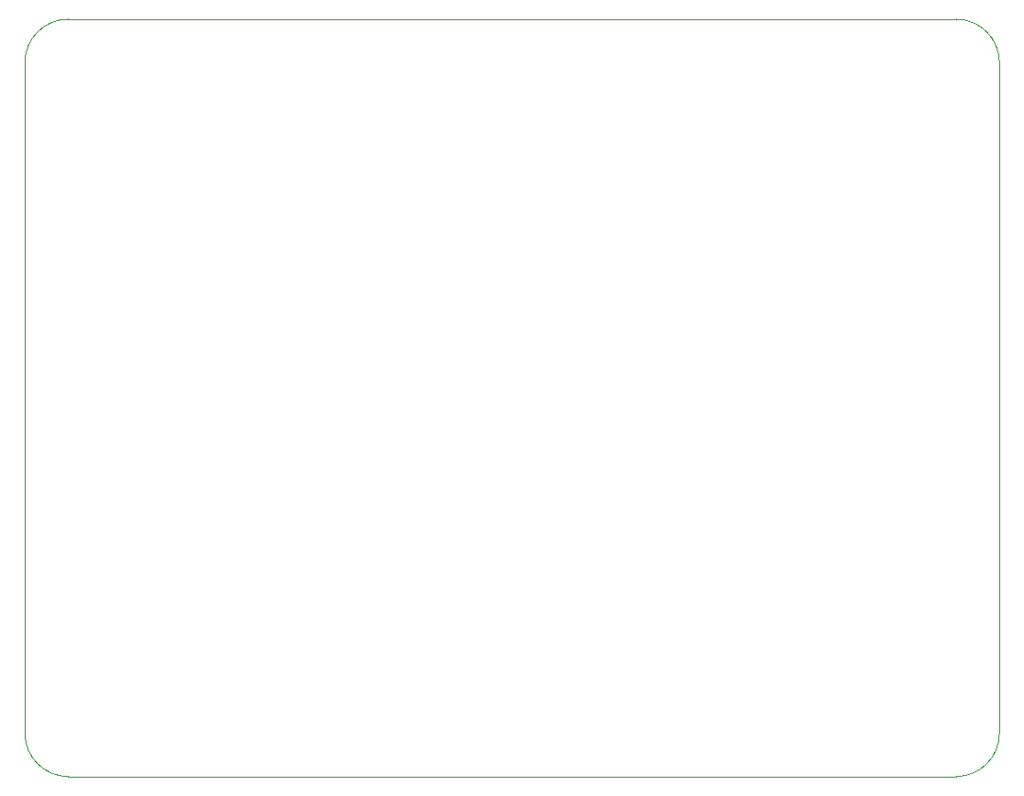
<source format=gm1>
G04 #@! TF.GenerationSoftware,KiCad,Pcbnew,9.0.2*
G04 #@! TF.CreationDate,2025-09-10T14:09:23+05:30*
G04 #@! TF.ProjectId,V2DesignESP32PCB,56324465-7369-4676-9e45-535033325043,rev?*
G04 #@! TF.SameCoordinates,Original*
G04 #@! TF.FileFunction,Profile,NP*
%FSLAX46Y46*%
G04 Gerber Fmt 4.6, Leading zero omitted, Abs format (unit mm)*
G04 Created by KiCad (PCBNEW 9.0.2) date 2025-09-10 14:09:23*
%MOMM*%
%LPD*%
G01*
G04 APERTURE LIST*
G04 #@! TA.AperFunction,Profile*
%ADD10C,0.100000*%
G04 #@! TD*
G04 APERTURE END LIST*
D10*
X112500000Y-60285000D02*
X194500000Y-60285000D01*
X194500000Y-130285000D02*
X112500000Y-130285000D01*
X112500000Y-130285000D02*
G75*
G02*
X108500000Y-126285000I0J4000000D01*
G01*
X194500000Y-60285000D02*
G75*
G02*
X198500000Y-64285000I0J-4000000D01*
G01*
X198500000Y-64285000D02*
X198500000Y-126285000D01*
X108500000Y-64285000D02*
G75*
G02*
X112500000Y-60285000I4000000J0D01*
G01*
X198500000Y-126285000D02*
G75*
G02*
X194500000Y-130285000I-4000000J0D01*
G01*
X108500000Y-126285000D02*
X108500000Y-64285000D01*
M02*

</source>
